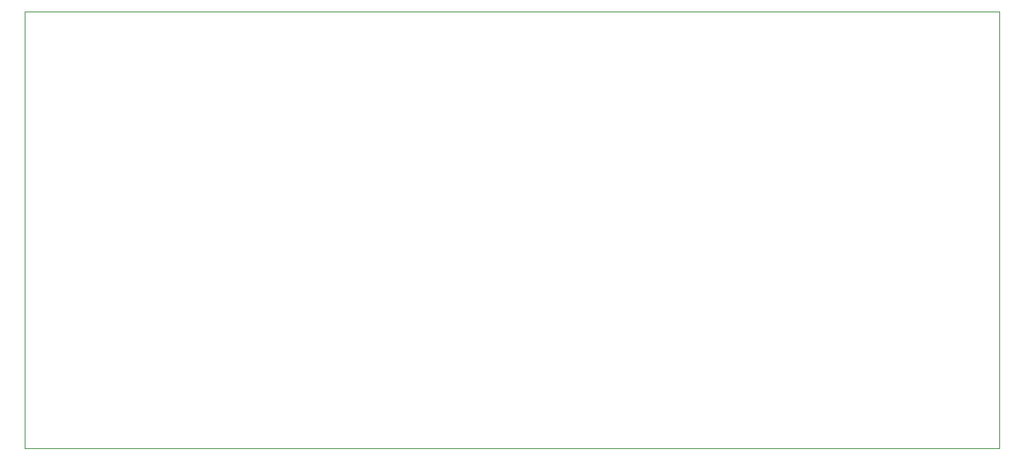
<source format=gbr>
%TF.GenerationSoftware,KiCad,Pcbnew,8.0.5*%
%TF.CreationDate,2024-10-27T20:23:34-04:00*%
%TF.ProjectId,power_supply,706f7765-725f-4737-9570-706c792e6b69,rev?*%
%TF.SameCoordinates,Original*%
%TF.FileFunction,Profile,NP*%
%FSLAX46Y46*%
G04 Gerber Fmt 4.6, Leading zero omitted, Abs format (unit mm)*
G04 Created by KiCad (PCBNEW 8.0.5) date 2024-10-27 20:23:34*
%MOMM*%
%LPD*%
G01*
G04 APERTURE LIST*
%TA.AperFunction,Profile*%
%ADD10C,0.050000*%
%TD*%
G04 APERTURE END LIST*
D10*
X62738000Y-61468000D02*
X169672000Y-61468000D01*
X169672000Y-109474000D01*
X62738000Y-109474000D01*
X62738000Y-61468000D01*
M02*

</source>
